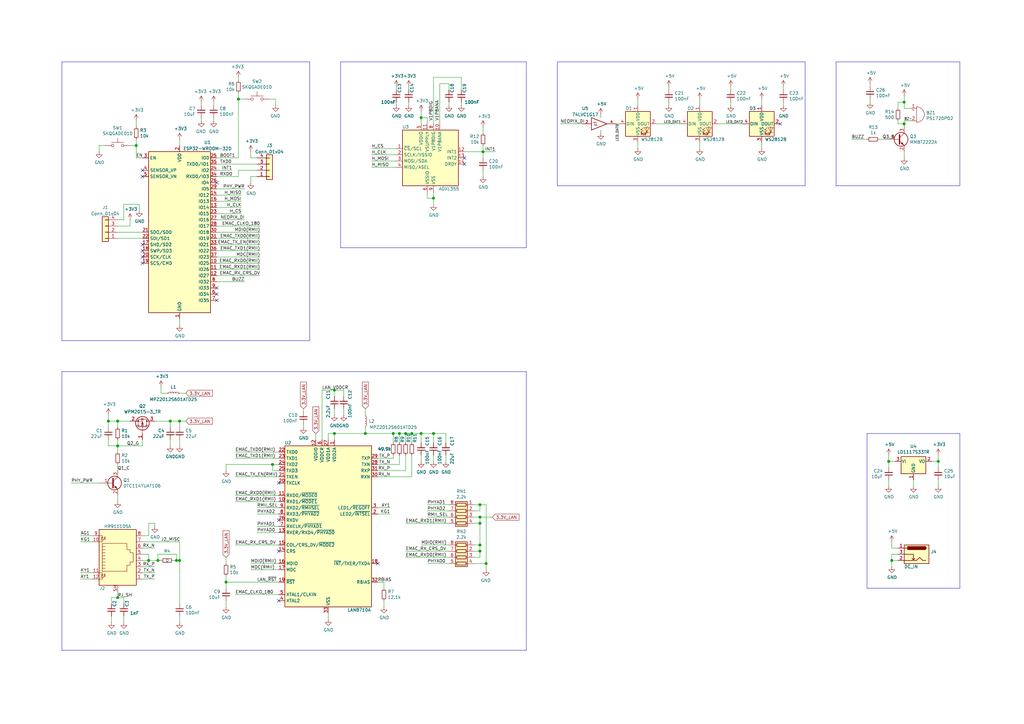
<source format=kicad_sch>
(kicad_sch (version 20200828) (generator eeschema)
  (page 1 1)
  (paper "A3")
  (title_block (title "openeew-sensor") (date "2020-08-13") (rev "1.0") (company "OpenEEW") (comment 4 "licensed under the Apache Software License, Version 2"))
  (junction (at 44.45 172.72) (diameter 1.016))
  (junction (at 48.26 172.72) (diameter 1.016))
  (junction (at 48.26 182.88) (diameter 1.016))
  (junction (at 48.26 245.11) (diameter 1.016))
  (junction (at 55.88 59.69) (diameter 1.016))
  (junction (at 60.96 229.87) (diameter 1.016))
  (junction (at 64.77 229.87) (diameter 1.016))
  (junction (at 69.85 172.72) (diameter 1.016))
  (junction (at 72.39 229.87) (diameter 1.016))
  (junction (at 73.66 172.72) (diameter 1.016))
  (junction (at 73.66 229.87) (diameter 1.016))
  (junction (at 92.71 238.76) (diameter 1.016))
  (junction (at 97.79 40.64) (diameter 1.016))
  (junction (at 111.76 190.5) (diameter 1.016))
  (junction (at 137.16 160.02) (diameter 1.016))
  (junction (at 137.16 177.8) (diameter 1.016))
  (junction (at 149.86 177.8) (diameter 1.016))
  (junction (at 161.29 177.8) (diameter 1.016))
  (junction (at 163.83 177.8) (diameter 1.016))
  (junction (at 166.37 177.8) (diameter 1.016))
  (junction (at 168.91 177.8) (diameter 1.016))
  (junction (at 172.72 48.26) (diameter 1.016))
  (junction (at 172.72 177.8) (diameter 1.016))
  (junction (at 177.8 81.28) (diameter 1.016))
  (junction (at 177.8 177.8) (diameter 1.016))
  (junction (at 196.85 207.01) (diameter 1.016))
  (junction (at 196.85 212.09) (diameter 1.016))
  (junction (at 196.85 214.63) (diameter 1.016))
  (junction (at 196.85 223.52) (diameter 1.016))
  (junction (at 196.85 226.06) (diameter 1.016))
  (junction (at 198.12 62.23) (diameter 1.016))
  (junction (at 199.39 231.14) (diameter 1.016))
  (junction (at 364.49 189.23) (diameter 1.016))
  (junction (at 365.76 229.87) (diameter 1.016))
  (junction (at 370.84 41.91) (diameter 1.016))
  (junction (at 370.84 50.8) (diameter 1.016))
  (junction (at 384.81 189.23) (diameter 1.016))
  (no_connect (at 114.3 198.12))
  (no_connect (at 114.3 213.36))
  (no_connect (at 320.04 50.8))
  (no_connect (at 190.5 67.31))
  (no_connect (at 114.3 246.38))
  (no_connect (at 114.3 226.06))
  (no_connect (at 58.42 72.39))
  (no_connect (at 58.42 107.95))
  (no_connect (at 58.42 105.41))
  (no_connect (at 88.9 123.19))
  (no_connect (at 58.42 102.87))
  (no_connect (at 88.9 120.65))
  (no_connect (at 58.42 100.33))
  (no_connect (at 58.42 69.85))
  (no_connect (at 88.9 118.11))
  (no_connect (at 154.94 231.14))
  (no_connect (at 190.5 64.77))
  (no_connect (at 88.9 74.93))
  (wire (pts (xy 38.1 219.71) (xy 33.02 219.71)))
  (wire (pts (xy 38.1 222.25) (xy 33.02 222.25)))
  (wire (pts (xy 38.1 234.95) (xy 33.02 234.95)))
  (wire (pts (xy 38.1 237.49) (xy 33.02 237.49)))
  (wire (pts (xy 40.64 59.69) (xy 40.64 62.23)))
  (wire (pts (xy 40.64 198.12) (xy 29.21 198.12)))
  (wire (pts (xy 43.18 59.69) (xy 40.64 59.69)))
  (wire (pts (xy 44.45 172.72) (xy 44.45 170.18)))
  (wire (pts (xy 44.45 172.72) (xy 48.26 172.72)))
  (wire (pts (xy 44.45 175.26) (xy 44.45 172.72)))
  (wire (pts (xy 44.45 180.34) (xy 44.45 182.88)))
  (wire (pts (xy 44.45 182.88) (xy 48.26 182.88)))
  (wire (pts (xy 45.72 245.11) (xy 48.26 245.11)))
  (wire (pts (xy 45.72 247.65) (xy 45.72 245.11)))
  (wire (pts (xy 45.72 252.73) (xy 45.72 255.27)))
  (wire (pts (xy 48.26 90.17) (xy 50.8 90.17)))
  (wire (pts (xy 48.26 92.71) (xy 53.34 92.71)))
  (wire (pts (xy 48.26 172.72) (xy 48.26 175.26)))
  (wire (pts (xy 48.26 182.88) (xy 48.26 180.34)))
  (wire (pts (xy 48.26 185.42) (xy 48.26 182.88)))
  (wire (pts (xy 48.26 190.5) (xy 48.26 193.04)))
  (wire (pts (xy 48.26 203.2) (xy 48.26 205.74)))
  (wire (pts (xy 48.26 242.57) (xy 48.26 245.11)))
  (wire (pts (xy 48.26 245.11) (xy 50.8 245.11)))
  (wire (pts (xy 50.8 83.82) (xy 50.8 90.17)))
  (wire (pts (xy 50.8 83.82) (xy 57.15 83.82)))
  (wire (pts (xy 50.8 245.11) (xy 50.8 247.65)))
  (wire (pts (xy 50.8 252.73) (xy 50.8 255.27)))
  (wire (pts (xy 53.34 59.69) (xy 55.88 59.69)))
  (wire (pts (xy 53.34 92.71) (xy 53.34 90.17)))
  (wire (pts (xy 53.34 172.72) (xy 48.26 172.72)))
  (wire (pts (xy 55.88 52.07) (xy 55.88 49.53)))
  (wire (pts (xy 55.88 57.15) (xy 55.88 59.69)))
  (wire (pts (xy 55.88 64.77) (xy 55.88 59.69)))
  (wire (pts (xy 57.15 83.82) (xy 57.15 86.36)))
  (wire (pts (xy 58.42 64.77) (xy 55.88 64.77)))
  (wire (pts (xy 58.42 95.25) (xy 48.26 95.25)))
  (wire (pts (xy 58.42 97.79) (xy 48.26 97.79)))
  (wire (pts (xy 58.42 180.34) (xy 58.42 182.88)))
  (wire (pts (xy 58.42 182.88) (xy 48.26 182.88)))
  (wire (pts (xy 58.42 219.71) (xy 60.96 219.71)))
  (wire (pts (xy 58.42 222.25) (xy 73.66 222.25)))
  (wire (pts (xy 58.42 224.79) (xy 63.5 224.79)))
  (wire (pts (xy 58.42 227.33) (xy 60.96 227.33)))
  (wire (pts (xy 58.42 229.87) (xy 60.96 229.87)))
  (wire (pts (xy 58.42 232.41) (xy 63.5 232.41)))
  (wire (pts (xy 58.42 234.95) (xy 63.5 234.95)))
  (wire (pts (xy 58.42 237.49) (xy 63.5 237.49)))
  (wire (pts (xy 60.96 214.63) (xy 63.5 214.63)))
  (wire (pts (xy 60.96 219.71) (xy 60.96 214.63)))
  (wire (pts (xy 60.96 227.33) (xy 60.96 229.87)))
  (wire (pts (xy 60.96 229.87) (xy 64.77 229.87)))
  (wire (pts (xy 63.5 172.72) (xy 69.85 172.72)))
  (wire (pts (xy 63.5 214.63) (xy 63.5 215.9)))
  (wire (pts (xy 64.77 227.33) (xy 72.39 227.33)))
  (wire (pts (xy 64.77 229.87) (xy 64.77 227.33)))
  (wire (pts (xy 64.77 229.87) (xy 66.04 229.87)))
  (wire (pts (xy 66.04 161.29) (xy 66.04 158.75)))
  (wire (pts (xy 68.58 161.29) (xy 66.04 161.29)))
  (wire (pts (xy 69.85 172.72) (xy 69.85 175.26)))
  (wire (pts (xy 69.85 172.72) (xy 73.66 172.72)))
  (wire (pts (xy 69.85 180.34) (xy 69.85 182.88)))
  (wire (pts (xy 71.12 229.87) (xy 72.39 229.87)))
  (wire (pts (xy 72.39 227.33) (xy 72.39 229.87)))
  (wire (pts (xy 72.39 229.87) (xy 73.66 229.87)))
  (wire (pts (xy 73.66 59.69) (xy 73.66 57.15)))
  (wire (pts (xy 73.66 130.81) (xy 73.66 133.35)))
  (wire (pts (xy 73.66 161.29) (xy 76.2 161.29)))
  (wire (pts (xy 73.66 172.72) (xy 73.66 175.26)))
  (wire (pts (xy 73.66 172.72) (xy 76.2 172.72)))
  (wire (pts (xy 73.66 180.34) (xy 73.66 182.88)))
  (wire (pts (xy 73.66 222.25) (xy 73.66 229.87)))
  (wire (pts (xy 73.66 229.87) (xy 73.66 247.65)))
  (wire (pts (xy 73.66 252.73) (xy 73.66 255.27)))
  (wire (pts (xy 82.55 43.18) (xy 82.55 41.91)))
  (wire (pts (xy 82.55 49.53) (xy 82.55 48.26)))
  (wire (pts (xy 87.63 43.18) (xy 87.63 41.91)))
  (wire (pts (xy 87.63 49.53) (xy 87.63 48.26)))
  (wire (pts (xy 88.9 67.31) (xy 105.41 67.31)))
  (wire (pts (xy 88.9 69.85) (xy 95.25 69.85)))
  (wire (pts (xy 88.9 72.39) (xy 97.79 72.39)))
  (wire (pts (xy 88.9 77.47) (xy 100.33 77.47)))
  (wire (pts (xy 88.9 80.01) (xy 99.06 80.01)))
  (wire (pts (xy 88.9 82.55) (xy 99.06 82.55)))
  (wire (pts (xy 88.9 85.09) (xy 99.06 85.09)))
  (wire (pts (xy 88.9 87.63) (xy 99.06 87.63)))
  (wire (pts (xy 88.9 90.17) (xy 100.33 90.17)))
  (wire (pts (xy 88.9 92.71) (xy 106.68 92.71)))
  (wire (pts (xy 88.9 95.25) (xy 106.68 95.25)))
  (wire (pts (xy 88.9 97.79) (xy 106.68 97.79)))
  (wire (pts (xy 88.9 100.33) (xy 106.68 100.33)))
  (wire (pts (xy 88.9 102.87) (xy 106.68 102.87)))
  (wire (pts (xy 88.9 105.41) (xy 106.68 105.41)))
  (wire (pts (xy 88.9 107.95) (xy 106.68 107.95)))
  (wire (pts (xy 88.9 110.49) (xy 106.68 110.49)))
  (wire (pts (xy 88.9 113.03) (xy 106.68 113.03)))
  (wire (pts (xy 88.9 115.57) (xy 100.33 115.57)))
  (wire (pts (xy 92.71 190.5) (xy 92.71 193.04)))
  (wire (pts (xy 92.71 190.5) (xy 111.76 190.5)))
  (wire (pts (xy 92.71 231.14) (xy 92.71 228.6)))
  (wire (pts (xy 92.71 238.76) (xy 92.71 236.22)))
  (wire (pts (xy 92.71 238.76) (xy 92.71 241.3)))
  (wire (pts (xy 92.71 246.38) (xy 92.71 248.92)))
  (wire (pts (xy 97.79 33.02) (xy 97.79 31.75)))
  (wire (pts (xy 97.79 38.1) (xy 97.79 40.64)))
  (wire (pts (xy 97.79 40.64) (xy 97.79 64.77)))
  (wire (pts (xy 97.79 40.64) (xy 100.33 40.64)))
  (wire (pts (xy 97.79 64.77) (xy 88.9 64.77)))
  (wire (pts (xy 97.79 69.85) (xy 105.41 69.85)))
  (wire (pts (xy 97.79 72.39) (xy 97.79 69.85)))
  (wire (pts (xy 102.87 64.77) (xy 102.87 62.23)))
  (wire (pts (xy 102.87 72.39) (xy 102.87 74.93)))
  (wire (pts (xy 105.41 64.77) (xy 102.87 64.77)))
  (wire (pts (xy 105.41 72.39) (xy 102.87 72.39)))
  (wire (pts (xy 105.41 218.44) (xy 114.3 218.44)))
  (wire (pts (xy 111.76 190.5) (xy 114.3 190.5)))
  (wire (pts (xy 111.76 193.04) (xy 111.76 190.5)))
  (wire (pts (xy 113.03 40.64) (xy 110.49 40.64)))
  (wire (pts (xy 113.03 40.64) (xy 113.03 43.18)))
  (wire (pts (xy 114.3 185.42) (xy 96.52 185.42)))
  (wire (pts (xy 114.3 187.96) (xy 96.52 187.96)))
  (wire (pts (xy 114.3 193.04) (xy 111.76 193.04)))
  (wire (pts (xy 114.3 195.58) (xy 96.52 195.58)))
  (wire (pts (xy 114.3 203.2) (xy 96.52 203.2)))
  (wire (pts (xy 114.3 205.74) (xy 96.52 205.74)))
  (wire (pts (xy 114.3 208.28) (xy 105.41 208.28)))
  (wire (pts (xy 114.3 210.82) (xy 105.41 210.82)))
  (wire (pts (xy 114.3 215.9) (xy 105.41 215.9)))
  (wire (pts (xy 114.3 223.52) (xy 96.52 223.52)))
  (wire (pts (xy 114.3 231.14) (xy 102.87 231.14)))
  (wire (pts (xy 114.3 233.68) (xy 102.87 233.68)))
  (wire (pts (xy 114.3 238.76) (xy 92.71 238.76)))
  (wire (pts (xy 114.3 243.84) (xy 96.52 243.84)))
  (wire (pts (xy 124.46 168.91) (xy 124.46 167.64)))
  (wire (pts (xy 124.46 173.99) (xy 124.46 175.26)))
  (wire (pts (xy 129.54 180.34) (xy 129.54 177.8)))
  (wire (pts (xy 132.08 160.02) (xy 137.16 160.02)))
  (wire (pts (xy 132.08 180.34) (xy 132.08 160.02)))
  (wire (pts (xy 134.62 177.8) (xy 137.16 177.8)))
  (wire (pts (xy 134.62 180.34) (xy 134.62 177.8)))
  (wire (pts (xy 134.62 251.46) (xy 134.62 254)))
  (wire (pts (xy 137.16 160.02) (xy 137.16 162.56)))
  (wire (pts (xy 137.16 167.64) (xy 137.16 170.18)))
  (wire (pts (xy 137.16 177.8) (xy 149.86 177.8)))
  (wire (pts (xy 137.16 180.34) (xy 137.16 177.8)))
  (wire (pts (xy 140.97 160.02) (xy 137.16 160.02)))
  (wire (pts (xy 140.97 162.56) (xy 140.97 160.02)))
  (wire (pts (xy 140.97 167.64) (xy 140.97 170.18)))
  (wire (pts (xy 149.86 167.64) (xy 149.86 170.18)))
  (wire (pts (xy 149.86 175.26) (xy 149.86 177.8)))
  (wire (pts (xy 149.86 177.8) (xy 161.29 177.8)))
  (wire (pts (xy 154.94 187.96) (xy 161.29 187.96)))
  (wire (pts (xy 154.94 190.5) (xy 163.83 190.5)))
  (wire (pts (xy 154.94 193.04) (xy 166.37 193.04)))
  (wire (pts (xy 154.94 195.58) (xy 168.91 195.58)))
  (wire (pts (xy 154.94 208.28) (xy 160.02 208.28)))
  (wire (pts (xy 154.94 210.82) (xy 160.02 210.82)))
  (wire (pts (xy 154.94 238.76) (xy 157.48 238.76)))
  (wire (pts (xy 157.48 238.76) (xy 157.48 241.3)))
  (wire (pts (xy 157.48 246.38) (xy 157.48 248.92)))
  (wire (pts (xy 161.29 181.61) (xy 161.29 177.8)))
  (wire (pts (xy 161.29 187.96) (xy 161.29 186.69)))
  (wire (pts (xy 162.56 36.83) (xy 162.56 35.56)))
  (wire (pts (xy 162.56 43.18) (xy 162.56 41.91)))
  (wire (pts (xy 162.56 60.96) (xy 152.4 60.96)))
  (wire (pts (xy 162.56 63.5) (xy 152.4 63.5)))
  (wire (pts (xy 162.56 66.04) (xy 152.4 66.04)))
  (wire (pts (xy 162.56 68.58) (xy 152.4 68.58)))
  (wire (pts (xy 163.83 177.8) (xy 161.29 177.8)))
  (wire (pts (xy 163.83 177.8) (xy 166.37 177.8)))
  (wire (pts (xy 163.83 181.61) (xy 163.83 177.8)))
  (wire (pts (xy 163.83 186.69) (xy 163.83 190.5)))
  (wire (pts (xy 166.37 181.61) (xy 166.37 177.8)))
  (wire (pts (xy 166.37 186.69) (xy 166.37 193.04)))
  (wire (pts (xy 167.64 36.83) (xy 167.64 35.56)))
  (wire (pts (xy 167.64 43.18) (xy 167.64 41.91)))
  (wire (pts (xy 168.91 177.8) (xy 166.37 177.8)))
  (wire (pts (xy 168.91 181.61) (xy 168.91 177.8)))
  (wire (pts (xy 168.91 186.69) (xy 168.91 195.58)))
  (wire (pts (xy 172.72 48.26) (xy 172.72 45.72)))
  (wire (pts (xy 172.72 50.8) (xy 172.72 48.26)))
  (wire (pts (xy 172.72 177.8) (xy 168.91 177.8)))
  (wire (pts (xy 172.72 177.8) (xy 177.8 177.8)))
  (wire (pts (xy 172.72 181.61) (xy 172.72 177.8)))
  (wire (pts (xy 172.72 186.69) (xy 172.72 189.23)))
  (wire (pts (xy 175.26 48.26) (xy 172.72 48.26)))
  (wire (pts (xy 175.26 50.8) (xy 175.26 48.26)))
  (wire (pts (xy 175.26 78.74) (xy 175.26 81.28)))
  (wire (pts (xy 175.26 81.28) (xy 177.8 81.28)))
  (wire (pts (xy 175.26 231.14) (xy 184.15 231.14)))
  (wire (pts (xy 177.8 31.75) (xy 177.8 50.8)))
  (wire (pts (xy 177.8 31.75) (xy 189.23 31.75)))
  (wire (pts (xy 177.8 78.74) (xy 177.8 81.28)))
  (wire (pts (xy 177.8 81.28) (xy 177.8 83.82)))
  (wire (pts (xy 177.8 177.8) (xy 177.8 181.61)))
  (wire (pts (xy 177.8 186.69) (xy 177.8 189.23)))
  (wire (pts (xy 180.34 34.29) (xy 180.34 50.8)))
  (wire (pts (xy 180.34 34.29) (xy 184.15 34.29)))
  (wire (pts (xy 182.88 177.8) (xy 177.8 177.8)))
  (wire (pts (xy 182.88 177.8) (xy 182.88 181.61)))
  (wire (pts (xy 182.88 186.69) (xy 182.88 189.23)))
  (wire (pts (xy 184.15 34.29) (xy 184.15 36.83)))
  (wire (pts (xy 184.15 43.18) (xy 184.15 41.91)))
  (wire (pts (xy 184.15 207.01) (xy 175.26 207.01)))
  (wire (pts (xy 184.15 209.55) (xy 175.26 209.55)))
  (wire (pts (xy 184.15 212.09) (xy 175.26 212.09)))
  (wire (pts (xy 184.15 214.63) (xy 166.37 214.63)))
  (wire (pts (xy 184.15 223.52) (xy 172.72 223.52)))
  (wire (pts (xy 184.15 226.06) (xy 166.37 226.06)))
  (wire (pts (xy 184.15 228.6) (xy 166.37 228.6)))
  (wire (pts (xy 189.23 31.75) (xy 189.23 36.83)))
  (wire (pts (xy 189.23 43.18) (xy 189.23 41.91)))
  (wire (pts (xy 190.5 62.23) (xy 198.12 62.23)))
  (wire (pts (xy 194.31 209.55) (xy 196.85 209.55)))
  (wire (pts (xy 194.31 214.63) (xy 196.85 214.63)))
  (wire (pts (xy 194.31 223.52) (xy 196.85 223.52)))
  (wire (pts (xy 194.31 226.06) (xy 196.85 226.06)))
  (wire (pts (xy 194.31 228.6) (xy 196.85 228.6)))
  (wire (pts (xy 196.85 207.01) (xy 194.31 207.01)))
  (wire (pts (xy 196.85 207.01) (xy 199.39 207.01)))
  (wire (pts (xy 196.85 209.55) (xy 196.85 207.01)))
  (wire (pts (xy 196.85 212.09) (xy 194.31 212.09)))
  (wire (pts (xy 196.85 214.63) (xy 196.85 212.09)))
  (wire (pts (xy 196.85 223.52) (xy 196.85 214.63)))
  (wire (pts (xy 196.85 226.06) (xy 196.85 223.52)))
  (wire (pts (xy 196.85 228.6) (xy 196.85 226.06)))
  (wire (pts (xy 198.12 52.07) (xy 198.12 54.61)))
  (wire (pts (xy 198.12 59.69) (xy 198.12 62.23)))
  (wire (pts (xy 198.12 62.23) (xy 203.2 62.23)))
  (wire (pts (xy 198.12 64.77) (xy 198.12 62.23)))
  (wire (pts (xy 198.12 69.85) (xy 198.12 72.39)))
  (wire (pts (xy 199.39 207.01) (xy 199.39 231.14)))
  (wire (pts (xy 199.39 231.14) (xy 194.31 231.14)))
  (wire (pts (xy 199.39 231.14) (xy 199.39 233.68)))
  (wire (pts (xy 201.93 212.09) (xy 196.85 212.09)))
  (wire (pts (xy 229.87 50.8) (xy 238.76 50.8)))
  (wire (pts (xy 246.38 46.99) (xy 246.38 48.26)))
  (wire (pts (xy 246.38 54.61) (xy 246.38 53.34)))
  (wire (pts (xy 252.73 50.8) (xy 254 50.8)))
  (wire (pts (xy 261.62 43.18) (xy 261.62 40.64)))
  (wire (pts (xy 261.62 58.42) (xy 261.62 60.96)))
  (wire (pts (xy 269.24 50.8) (xy 279.4 50.8)))
  (wire (pts (xy 274.32 36.83) (xy 274.32 35.56)))
  (wire (pts (xy 274.32 43.18) (xy 274.32 41.91)))
  (wire (pts (xy 287.02 43.18) (xy 287.02 40.64)))
  (wire (pts (xy 287.02 58.42) (xy 287.02 60.96)))
  (wire (pts (xy 294.64 50.8) (xy 304.8 50.8)))
  (wire (pts (xy 299.72 36.83) (xy 299.72 35.56)))
  (wire (pts (xy 299.72 43.18) (xy 299.72 41.91)))
  (wire (pts (xy 312.42 43.18) (xy 312.42 40.64)))
  (wire (pts (xy 312.42 58.42) (xy 312.42 60.96)))
  (wire (pts (xy 321.31 36.83) (xy 321.31 35.56)))
  (wire (pts (xy 321.31 43.18) (xy 321.31 41.91)))
  (wire (pts (xy 355.6 57.15) (xy 349.25 57.15)))
  (wire (pts (xy 356.87 35.56) (xy 356.87 34.29)))
  (wire (pts (xy 356.87 41.91) (xy 356.87 40.64)))
  (wire (pts (xy 360.68 57.15) (xy 363.22 57.15)))
  (wire (pts (xy 364.49 186.69) (xy 364.49 189.23)))
  (wire (pts (xy 364.49 189.23) (xy 364.49 191.77)))
  (wire (pts (xy 364.49 196.85) (xy 364.49 199.39)))
  (wire (pts (xy 365.76 224.79) (xy 365.76 222.25)))
  (wire (pts (xy 365.76 227.33) (xy 368.3 227.33)))
  (wire (pts (xy 365.76 229.87) (xy 365.76 227.33)))
  (wire (pts (xy 365.76 229.87) (xy 365.76 232.41)))
  (wire (pts (xy 367.03 189.23) (xy 364.49 189.23)))
  (wire (pts (xy 368.3 41.91) (xy 370.84 41.91)))
  (wire (pts (xy 368.3 44.45) (xy 368.3 41.91)))
  (wire (pts (xy 368.3 49.53) (xy 368.3 50.8)))
  (wire (pts (xy 368.3 50.8) (xy 370.84 50.8)))
  (wire (pts (xy 368.3 224.79) (xy 365.76 224.79)))
  (wire (pts (xy 368.3 229.87) (xy 365.76 229.87)))
  (wire (pts (xy 370.84 39.37) (xy 370.84 41.91)))
  (wire (pts (xy 370.84 44.45) (xy 370.84 41.91)))
  (wire (pts (xy 370.84 49.53) (xy 373.38 49.53)))
  (wire (pts (xy 370.84 50.8) (xy 370.84 49.53)))
  (wire (pts (xy 370.84 52.07) (xy 370.84 50.8)))
  (wire (pts (xy 370.84 64.77) (xy 370.84 62.23)))
  (wire (pts (xy 373.38 44.45) (xy 370.84 44.45)))
  (wire (pts (xy 374.65 196.85) (xy 374.65 199.39)))
  (wire (pts (xy 384.81 186.69) (xy 384.81 189.23)))
  (wire (pts (xy 384.81 189.23) (xy 382.27 189.23)))
  (wire (pts (xy 384.81 191.77) (xy 384.81 189.23)))
  (wire (pts (xy 384.81 196.85) (xy 384.81 199.39)))
  (polyline (pts (xy 25.4 25.4) (xy 127 25.4)) (stroke (width 0) (type solid)))
  (polyline (pts (xy 25.4 139.7) (xy 25.4 25.4)) (stroke (width 0) (type solid)))
  (polyline (pts (xy 25.4 152.4) (xy 215.9 152.4)) (stroke (width 0) (type solid)))
  (polyline (pts (xy 25.4 266.7) (xy 25.4 152.4)) (stroke (width 0) (type solid)))
  (polyline (pts (xy 127 25.4) (xy 127 139.7)) (stroke (width 0) (type solid)))
  (polyline (pts (xy 127 139.7) (xy 25.4 139.7)) (stroke (width 0) (type solid)))
  (polyline (pts (xy 139.7 25.4) (xy 215.9 25.4)) (stroke (width 0) (type solid)))
  (polyline (pts (xy 139.7 101.6) (xy 139.7 25.4)) (stroke (width 0) (type solid)))
  (polyline (pts (xy 215.9 25.4) (xy 215.9 101.6)) (stroke (width 0) (type solid)))
  (polyline (pts (xy 215.9 101.6) (xy 139.7 101.6)) (stroke (width 0) (type solid)))
  (polyline (pts (xy 215.9 152.4) (xy 215.9 266.7)) (stroke (width 0) (type solid)))
  (polyline (pts (xy 215.9 266.7) (xy 25.4 266.7)) (stroke (width 0) (type solid)))
  (polyline (pts (xy 228.6 25.4) (xy 330.2 25.4)) (stroke (width 0) (type solid)))
  (polyline (pts (xy 228.6 76.2) (xy 228.6 25.4)) (stroke (width 0) (type solid)))
  (polyline (pts (xy 330.2 25.4) (xy 330.2 76.2)) (stroke (width 0) (type solid)))
  (polyline (pts (xy 330.2 76.2) (xy 228.6 76.2)) (stroke (width 0) (type solid)))
  (polyline (pts (xy 342.9 25.4) (xy 393.7 25.4)) (stroke (width 0) (type solid)))
  (polyline (pts (xy 342.9 76.2) (xy 342.9 25.4)) (stroke (width 0) (type solid)))
  (polyline (pts (xy 355.6 177.8) (xy 393.7 177.8)) (stroke (width 0) (type solid)))
  (polyline (pts (xy 355.6 241.3) (xy 355.6 177.8)) (stroke (width 0) (type solid)))
  (polyline (pts (xy 393.7 25.4) (xy 393.7 76.2)) (stroke (width 0) (type solid)))
  (polyline (pts (xy 393.7 76.2) (xy 342.9 76.2)) (stroke (width 0) (type solid)))
  (polyline (pts (xy 393.7 177.8) (xy 393.7 241.3)) (stroke (width 0) (type solid)))
  (polyline (pts (xy 393.7 241.3) (xy 355.6 241.3)) (stroke (width 0) (type solid)))
  (label "PHY_PWR" (at 29.21 198.12 0))
  (label "AG1" (at 33.02 219.71 0))
  (label "KG1" (at 33.02 222.25 0))
  (label "KY1" (at 33.02 234.95 0))
  (label "AY1" (at 33.02 237.49 0))
  (label "Q1_C" (at 48.26 193.04 0))
  (label "RJ_SH" (at 48.26 245.11 0))
  (label "Q2_G" (at 52.07 182.88 0))
  (label "EN" (at 55.88 64.77 0))
  (label "RX_N" (at 63.5 224.79 180))
  (label "RX_P" (at 63.5 232.41 180))
  (label "TX_N" (at 63.5 234.95 180))
  (label "TX_P" (at 63.5 237.49 180))
  (label "J2_MISC" (at 66.04 222.25 0))
  (label "BOOT1" (at 90.17 64.77 0))
  (label "TXD0" (at 90.17 67.31 0))
  (label "RXD0" (at 90.17 72.39 0))
  (label "INT1" (at 95.25 69.85 180))
  (label "EMAC_TXD0(RMII)" (at 96.52 185.42 0))
  (label "EMAC_TXD1(RMII)" (at 96.52 187.96 0))
  (label "EMAC_TX_EN(RMII)" (at 96.52 195.58 0))
  (label "EMAC_RXD0(RMII)" (at 96.52 203.2 0))
  (label "EMAC_RXD1(RMII)" (at 96.52 205.74 0))
  (label "EMAC_RX_CRS_DV" (at 96.52 223.52 0))
  (label "EMAC_CLKO_180" (at 96.52 243.84 0))
  (label "H_MISO" (at 99.06 80.01 180))
  (label "H_MOSI" (at 99.06 82.55 180))
  (label "H_CLK" (at 99.06 85.09 180))
  (label "H_CS" (at 99.06 87.63 180))
  (label "PHY_PWR" (at 100.33 77.47 180))
  (label "NEOPIX_DI" (at 100.33 90.17 180))
  (label "BUZZ" (at 100.33 115.57 180))
  (label "MDIO(RMII)" (at 102.87 231.14 0))
  (label "MDC(RMII)" (at 102.87 233.68 0))
  (label "RMII_SEL" (at 105.41 208.28 0))
  (label "PHYAD2" (at 105.41 210.82 0))
  (label "PHYAD1" (at 105.41 215.9 0))
  (label "PHYAD0" (at 105.41 218.44 0))
  (label "LAN_~RST" (at 105.41 238.76 0))
  (label "EMAC_CLKO_180" (at 106.68 92.71 180))
  (label "MDIO(RMII)" (at 106.68 95.25 180))
  (label "EMAC_TXD0(RMII)" (at 106.68 97.79 180))
  (label "EMAC_TX_EN(RMII)" (at 106.68 100.33 180))
  (label "EMAC_TXD1(RMII)" (at 106.68 102.87 180))
  (label "MDC(RMII)" (at 106.68 105.41 180))
  (label "EMAC_RXD0(RMII)" (at 106.68 107.95 180))
  (label "EMAC_RXD1(RMII)" (at 106.68 110.49 180))
  (label "EMAC_RX_CRS_DV" (at 106.68 113.03 180))
  (label "LAN_VDDCR" (at 132.08 160.02 0))
  (label "H_CS" (at 152.4 60.96 0))
  (label "H_CLK" (at 152.4 63.5 0))
  (label "H_MOSI" (at 152.4 66.04 0))
  (label "H_MISO" (at 152.4 68.58 0))
  (label "RBIAS" (at 154.94 238.76 0))
  (label "TX_P" (at 160.02 187.96 180))
  (label "TX_N" (at 160.02 190.5 180))
  (label "RX_P" (at 160.02 193.04 180))
  (label "RX_N" (at 160.02 195.58 180))
  (label "AY1" (at 160.02 208.28 180))
  (label "KG1" (at 160.02 210.82 180))
  (label "EMAC_RXD1(RMII)" (at 166.37 214.63 0))
  (label "EMAC_RX_CRS_DV" (at 166.37 226.06 0))
  (label "EMAC_RXD0(RMII)" (at 166.37 228.6 0))
  (label "MDIO(RMII)" (at 172.72 223.52 0))
  (label "PHYAD1" (at 175.26 207.01 0))
  (label "PHYAD2" (at 175.26 209.55 0))
  (label "RMII_SEL" (at 175.26 212.09 0))
  (label "PHYAD0" (at 175.26 231.14 0))
  (label "V1P8DIG" (at 177.8 49.53 90))
  (label "V1P8ANA" (at 180.34 49.53 90))
  (label "INT1" (at 203.2 62.23 180))
  (label "NEOPIX_DI" (at 229.87 50.8 0))
  (label "LED_DAT0" (at 254 50.8 270) (effects (font (size 0.9906 0.9906))))
  (label "LED_DAT1" (at 279.4 50.8 180) (effects (font (size 0.9906 0.9906))))
  (label "LED_DAT2" (at 304.8 50.8 180) (effects (font (size 0.9906 0.9906))))
  (label "BUZZ" (at 349.25 57.15 0))
  (label "Q3_B" (at 361.95 57.15 0))
  (label "BZ-" (at 370.84 49.53 0) (effects (font (size 0.9906 0.9906))))
  (global_label "3.3V_LAN" (shape input) (at 76.2 161.29 0))
  (global_label "3.3V_LAN" (shape input) (at 76.2 172.72 0))
  (global_label "3.3V_LAN" (shape input) (at 92.71 228.6 90))
  (global_label "3.3V_LAN" (shape input) (at 124.46 167.64 90))
  (global_label "3.3V_LAN" (shape input) (at 129.54 177.8 90))
  (global_label "3.3V_LAN" (shape input) (at 149.86 167.64 90))
  (global_label "3.3V_LAN" (shape input) (at 201.93 212.09 0))
  (symbol (lib_id "Device:L_Small") (at 71.12 161.29 90) (unit 1)
    (property "Reference" "L1" (at 71.12 158.75 90))
    (property "Value" "MPZ2012S601ATD25" (at 71.12 163.83 90))
    (property "Footprint" "Inductor_SMD:L_0805_2012Metric" (effects hide))
  )
  (symbol (lib_id "Device:L_Small") (at 149.86 172.72 0) (unit 1)
    (property "Reference" "L2" (at 152.4 172.72 0))
    (property "Value" "MPZ2012S601ATD25" (at 161.29 175.26 0))
    (property "Footprint" "Inductor_SMD:L_0805_2012Metric" (effects hide))
  )
  (symbol (lib_id "power:+3.3V") (at 44.45 170.18 0) (unit 1)
    (property "Reference" "#PWR01" (effects hide))
    (property "Value" "+3.3V" (at 44.831 165.7858 0))
  )
  (symbol (lib_id "power:+3V3") (at 53.34 90.17 0) (unit 1)
    (property "Reference" "#PWR06" (effects hide))
    (property "Value" "+3V3" (at 53.721 85.7758 0))
  )
  (symbol (lib_id "power:+3V3") (at 55.88 49.53 0) (unit 1)
    (property "Reference" "#PWR07" (effects hide))
    (property "Value" "+3V3" (at 56.261 45.1358 0))
  )
  (symbol (lib_id "power:+3.3V") (at 66.04 158.75 0) (unit 1)
    (property "Reference" "#PWR010" (effects hide))
    (property "Value" "+3.3V" (at 66.421 154.3558 0))
  )
  (symbol (lib_id "power:+3V3") (at 73.66 57.15 0) (unit 1)
    (property "Reference" "#PWR012" (effects hide))
    (property "Value" "+3V3" (at 74.041 52.7558 0))
  )
  (symbol (lib_id "power:+3V3") (at 82.55 41.91 0) (mirror y) (unit 1)
    (property "Reference" "#PWR016" (effects hide))
    (property "Value" "+3V3" (at 82.169 37.5158 0))
  )
  (symbol (lib_id "power:+3V3") (at 87.63 41.91 0) (unit 1)
    (property "Reference" "#PWR018" (effects hide))
    (property "Value" "+3V3" (at 88.011 37.5158 0))
  )
  (symbol (lib_id "power:+3V3") (at 97.79 31.75 0) (mirror y) (unit 1)
    (property "Reference" "#PWR022" (effects hide))
    (property "Value" "+3V3" (at 97.409 27.3558 0))
  )
  (symbol (lib_id "power:+3V3") (at 102.87 62.23 0) (unit 1)
    (property "Reference" "#PWR023" (effects hide))
    (property "Value" "+3V3" (at 103.251 57.8358 0))
  )
  (symbol (lib_id "power:+3V3") (at 162.56 35.56 0) (unit 1)
    (property "Reference" "#PWR031" (effects hide))
    (property "Value" "+3V3" (at 162.941 31.1658 0))
  )
  (symbol (lib_id "power:+3V3") (at 167.64 35.56 0) (unit 1)
    (property "Reference" "#PWR033" (effects hide))
    (property "Value" "+3V3" (at 168.021 31.1658 0))
  )
  (symbol (lib_id "power:+3V3") (at 172.72 45.72 0) (unit 1)
    (property "Reference" "#PWR035" (effects hide))
    (property "Value" "+3V3" (at 173.101 41.3258 0))
  )
  (symbol (lib_id "power:+3V3") (at 198.12 52.07 0) (unit 1)
    (property "Reference" "#PWR042" (effects hide))
    (property "Value" "+3V3" (at 198.501 47.6758 0))
  )
  (symbol (lib_id "power:+5V") (at 246.38 46.99 0) (unit 1)
    (property "Reference" "#PWR066" (effects hide))
    (property "Value" "+5V" (at 246.761 42.5958 0))
  )
  (symbol (lib_id "power:+5V") (at 261.62 40.64 0) (unit 1)
    (property "Reference" "#PWR045" (effects hide))
    (property "Value" "+5V" (at 262.001 36.2458 0))
  )
  (symbol (lib_id "power:+5V") (at 274.32 35.56 0) (unit 1)
    (property "Reference" "#PWR047" (effects hide))
    (property "Value" "+5V" (at 274.701 31.1658 0))
  )
  (symbol (lib_id "power:+5V") (at 287.02 40.64 0) (unit 1)
    (property "Reference" "#PWR049" (effects hide))
    (property "Value" "+5V" (at 287.401 36.2458 0))
  )
  (symbol (lib_id "power:+5V") (at 299.72 35.56 0) (unit 1)
    (property "Reference" "#PWR051" (effects hide))
    (property "Value" "+5V" (at 300.101 31.1658 0))
  )
  (symbol (lib_id "power:+5V") (at 312.42 40.64 0) (unit 1)
    (property "Reference" "#PWR053" (effects hide))
    (property "Value" "+5V" (at 312.801 36.2458 0))
  )
  (symbol (lib_id "power:+5V") (at 321.31 35.56 0) (unit 1)
    (property "Reference" "#PWR055" (effects hide))
    (property "Value" "+5V" (at 321.691 31.1658 0))
  )
  (symbol (lib_id "power:+5V") (at 356.87 34.29 0) (unit 1)
    (property "Reference" "#PWR0101" (effects hide))
    (property "Value" "+5V" (at 357.251 29.8958 0))
  )
  (symbol (lib_id "power:+5V") (at 364.49 186.69 0) (unit 1)
    (property "Reference" "#PWR057" (effects hide))
    (property "Value" "+5V" (at 364.871 182.2958 0))
  )
  (symbol (lib_id "power:+5V") (at 365.76 222.25 0) (unit 1)
    (property "Reference" "#PWR059" (effects hide))
    (property "Value" "+5V" (at 366.141 217.8558 0))
  )
  (symbol (lib_id "power:+5V") (at 370.84 39.37 0) (unit 1)
    (property "Reference" "#PWR061" (effects hide))
    (property "Value" "+5V" (at 371.221 34.9758 0))
  )
  (symbol (lib_id "power:+3V3") (at 384.81 186.69 0) (unit 1)
    (property "Reference" "#PWR064" (effects hide))
    (property "Value" "+3V3" (at 385.191 182.2958 0))
  )
  (symbol (lib_id "power:GND") (at 40.64 62.23 0) (unit 1)
    (property "Reference" "#PWR02" (effects hide))
    (property "Value" "GND" (at 40.767 66.6242 0))
  )
  (symbol (lib_id "power:GND") (at 45.72 255.27 0) (unit 1)
    (property "Reference" "#PWR03" (effects hide))
    (property "Value" "GND" (at 45.847 259.6642 0))
  )
  (symbol (lib_id "power:GND") (at 48.26 205.74 0) (unit 1)
    (property "Reference" "#PWR04" (effects hide))
    (property "Value" "GND" (at 48.387 210.1342 0))
  )
  (symbol (lib_id "power:GND") (at 50.8 255.27 0) (unit 1)
    (property "Reference" "#PWR05" (effects hide))
    (property "Value" "GND" (at 50.927 259.6642 0))
  )
  (symbol (lib_id "power:GND") (at 57.15 86.36 0) (unit 1)
    (property "Reference" "#PWR08" (effects hide))
    (property "Value" "GND" (at 57.277 90.7542 0))
  )
  (symbol (lib_id "power:GND") (at 63.5 215.9 0) (unit 1)
    (property "Reference" "#PWR09" (effects hide))
    (property "Value" "GND" (at 63.627 220.2942 0))
  )
  (symbol (lib_id "power:GND") (at 69.85 182.88 0) (unit 1)
    (property "Reference" "#PWR011" (effects hide))
    (property "Value" "GND" (at 69.977 187.2742 0))
  )
  (symbol (lib_id "power:GND") (at 73.66 133.35 0) (unit 1)
    (property "Reference" "#PWR013" (effects hide))
    (property "Value" "GND" (at 73.787 137.7442 0))
  )
  (symbol (lib_id "power:GND") (at 73.66 182.88 0) (unit 1)
    (property "Reference" "#PWR014" (effects hide))
    (property "Value" "GND" (at 73.787 187.2742 0))
  )
  (symbol (lib_id "power:GND") (at 73.66 255.27 0) (unit 1)
    (property "Reference" "#PWR015" (effects hide))
    (property "Value" "GND" (at 73.787 259.6642 0))
  )
  (symbol (lib_id "power:GND") (at 82.55 49.53 0) (mirror y) (unit 1)
    (property "Reference" "#PWR017" (effects hide))
    (property "Value" "GND" (at 82.423 53.9242 0))
  )
  (symbol (lib_id "power:GND") (at 87.63 49.53 0) (unit 1)
    (property "Reference" "#PWR019" (effects hide))
    (property "Value" "GND" (at 87.757 53.9242 0))
  )
  (symbol (lib_id "power:GND") (at 92.71 193.04 0) (unit 1)
    (property "Reference" "#PWR020" (effects hide))
    (property "Value" "GND" (at 92.837 197.4342 0))
  )
  (symbol (lib_id "power:GND") (at 92.71 248.92 0) (unit 1)
    (property "Reference" "#PWR021" (effects hide))
    (property "Value" "GND" (at 92.837 253.3142 0))
  )
  (symbol (lib_id "power:GND") (at 102.87 74.93 0) (unit 1)
    (property "Reference" "#PWR024" (effects hide))
    (property "Value" "GND" (at 102.997 79.3242 0))
  )
  (symbol (lib_id "power:GND") (at 113.03 43.18 0) (mirror y) (unit 1)
    (property "Reference" "#PWR025" (effects hide))
    (property "Value" "GND" (at 112.903 47.5742 0))
  )
  (symbol (lib_id "power:GND") (at 124.46 175.26 0) (unit 1)
    (property "Reference" "#PWR026" (effects hide))
    (property "Value" "GND" (at 124.587 179.6542 0))
  )
  (symbol (lib_id "power:GND") (at 134.62 254 0) (unit 1)
    (property "Reference" "#PWR027" (effects hide))
    (property "Value" "GND" (at 134.747 258.3942 0))
  )
  (symbol (lib_id "power:GND") (at 137.16 170.18 0) (unit 1)
    (property "Reference" "#PWR028" (effects hide))
    (property "Value" "GND" (at 137.287 174.5742 0))
  )
  (symbol (lib_id "power:GND") (at 140.97 170.18 0) (unit 1)
    (property "Reference" "#PWR029" (effects hide))
    (property "Value" "GND" (at 141.097 174.5742 0))
  )
  (symbol (lib_id "power:GND") (at 157.48 248.92 0) (unit 1)
    (property "Reference" "#PWR030" (effects hide))
    (property "Value" "GND" (at 157.607 253.3142 0))
  )
  (symbol (lib_id "power:GND") (at 162.56 43.18 0) (unit 1)
    (property "Reference" "#PWR032" (effects hide))
    (property "Value" "GND" (at 162.687 47.5742 0))
  )
  (symbol (lib_id "power:GND") (at 167.64 43.18 0) (unit 1)
    (property "Reference" "#PWR034" (effects hide))
    (property "Value" "GND" (at 167.767 47.5742 0))
  )
  (symbol (lib_id "power:GND") (at 172.72 189.23 0) (unit 1)
    (property "Reference" "#PWR036" (effects hide))
    (property "Value" "GND" (at 172.847 193.6242 0))
  )
  (symbol (lib_id "power:GND") (at 177.8 83.82 0) (unit 1)
    (property "Reference" "#PWR037" (effects hide))
    (property "Value" "GND" (at 177.927 88.2142 0))
  )
  (symbol (lib_id "power:GND") (at 177.8 189.23 0) (unit 1)
    (property "Reference" "#PWR038" (effects hide))
    (property "Value" "GND" (at 177.927 193.6242 0))
  )
  (symbol (lib_id "power:GND") (at 182.88 189.23 0) (unit 1)
    (property "Reference" "#PWR039" (effects hide))
    (property "Value" "GND" (at 183.007 193.6242 0))
  )
  (symbol (lib_id "power:GND") (at 184.15 43.18 0) (unit 1)
    (property "Reference" "#PWR040" (effects hide))
    (property "Value" "GND" (at 184.277 47.5742 0))
  )
  (symbol (lib_id "power:GND") (at 189.23 43.18 0) (unit 1)
    (property "Reference" "#PWR041" (effects hide))
    (property "Value" "GND" (at 189.357 47.5742 0))
  )
  (symbol (lib_id "power:GND") (at 198.12 72.39 0) (unit 1)
    (property "Reference" "#PWR043" (effects hide))
    (property "Value" "GND" (at 198.247 76.7842 0))
  )
  (symbol (lib_id "power:GND") (at 199.39 233.68 0) (mirror y) (unit 1)
    (property "Reference" "#PWR044" (effects hide))
    (property "Value" "GND" (at 199.263 238.0742 0))
  )
  (symbol (lib_id "power:GND") (at 246.38 54.61 0) (unit 1)
    (property "Reference" "#PWR067" (effects hide))
    (property "Value" "GND" (at 246.507 59.0042 0))
  )
  (symbol (lib_id "power:GND") (at 261.62 60.96 0) (unit 1)
    (property "Reference" "#PWR046" (effects hide))
    (property "Value" "GND" (at 261.747 65.3542 0))
  )
  (symbol (lib_id "power:GND") (at 274.32 43.18 0) (unit 1)
    (property "Reference" "#PWR048" (effects hide))
    (property "Value" "GND" (at 274.447 47.5742 0))
  )
  (symbol (lib_id "power:GND") (at 287.02 60.96 0) (unit 1)
    (property "Reference" "#PWR050" (effects hide))
    (property "Value" "GND" (at 287.147 65.3542 0))
  )
  (symbol (lib_id "power:GND") (at 299.72 43.18 0) (unit 1)
    (property "Reference" "#PWR052" (effects hide))
    (property "Value" "GND" (at 299.847 47.5742 0))
  )
  (symbol (lib_id "power:GND") (at 312.42 60.96 0) (unit 1)
    (property "Reference" "#PWR054" (effects hide))
    (property "Value" "GND" (at 312.547 65.3542 0))
  )
  (symbol (lib_id "power:GND") (at 321.31 43.18 0) (unit 1)
    (property "Reference" "#PWR056" (effects hide))
    (property "Value" "GND" (at 321.437 47.5742 0))
  )
  (symbol (lib_id "power:GND") (at 356.87 41.91 0) (unit 1)
    (property "Reference" "#PWR0102" (effects hide))
    (property "Value" "GND" (at 356.997 46.3042 0))
  )
  (symbol (lib_id "power:GND") (at 364.49 199.39 0) (unit 1)
    (property "Reference" "#PWR058" (effects hide))
    (property "Value" "GND" (at 364.617 203.7842 0))
  )
  (symbol (lib_id "power:GND") (at 365.76 232.41 0) (unit 1)
    (property "Reference" "#PWR060" (effects hide))
    (property "Value" "GND" (at 365.887 236.8042 0))
  )
  (symbol (lib_id "power:GND") (at 370.84 64.77 0) (unit 1)
    (property "Reference" "#PWR062" (effects hide))
    (property "Value" "GND" (at 370.967 69.1642 0))
  )
  (symbol (lib_id "power:GND") (at 374.65 199.39 0) (unit 1)
    (property "Reference" "#PWR063" (effects hide))
    (property "Value" "GND" (at 374.777 203.7842 0))
  )
  (symbol (lib_id "power:GND") (at 384.81 199.39 0) (unit 1)
    (property "Reference" "#PWR065" (effects hide))
    (property "Value" "GND" (at 384.937 203.7842 0))
  )
  (symbol (lib_id "Device:R_Small") (at 48.26 177.8 0) (unit 1)
    (property "Reference" "R1" (at 49.7586 176.6316 0) (effects (justify left)))
    (property "Value" "10k" (at 49.7586 178.943 0) (effects (justify left)))
    (property "Footprint" "Resistor_SMD:R_0603_1608Metric" (effects hide))
  )
  (symbol (lib_id "Device:R_Small") (at 48.26 187.96 0) (unit 1)
    (property "Reference" "R2" (at 49.7586 186.7916 0) (effects (justify left)))
    (property "Value" "10k" (at 49.7586 189.103 0) (effects (justify left)))
    (property "Footprint" "Resistor_SMD:R_0603_1608Metric" (effects hide))
  )
  (symbol (lib_id "Device:R_Small") (at 55.88 54.61 0) (unit 1)
    (property "Reference" "R3" (at 57.3786 53.4416 0) (effects (justify left)))
    (property "Value" "10k" (at 57.3786 55.753 0) (effects (justify left)))
    (property "Footprint" "Resistor_SMD:R_0603_1608Metric" (effects hide))
  )
  (symbol (lib_id "Device:R_Small") (at 68.58 229.87 270) (unit 1)
    (property "Reference" "R4" (at 68.58 226.06 90))
    (property "Value" "0" (at 68.58 229.87 90))
    (property "Footprint" "Resistor_SMD:R_0603_1608Metric" (effects hide))
  )
  (symbol (lib_id "Device:R_Small") (at 92.71 233.68 0) (unit 1)
    (property "Reference" "R5" (at 94.2086 232.5116 0) (effects (justify left)))
    (property "Value" "10k" (at 94.2086 234.823 0) (effects (justify left)))
    (property "Footprint" "Resistor_SMD:R_0603_1608Metric" (effects hide))
  )
  (symbol (lib_id "Device:R_Small") (at 97.79 35.56 0) (mirror y) (unit 1)
    (property "Reference" "R6" (at 96.2914 34.3916 0) (effects (justify left)))
    (property "Value" "10k" (at 96.2914 36.703 0) (effects (justify left)))
    (property "Footprint" "Resistor_SMD:R_0603_1608Metric" (effects hide))
  )
  (symbol (lib_id "Device:R_Small") (at 157.48 243.84 0) (unit 1)
    (property "Reference" "R7" (at 158.9786 242.6716 0) (effects (justify left)))
    (property "Value" "12.1k" (at 158.9786 244.983 0) (effects (justify left)))
    (property "Footprint" "Resistor_SMD:R_0603_1608Metric" (effects hide))
  )
  (symbol (lib_id "Device:R_Small") (at 161.29 184.15 0) (unit 1)
    (property "Reference" "R8" (at 162.56 181.61 90) (effects (justify left)))
    (property "Value" "49.9k" (at 154.94 184.15 0) (effects (justify left)))
    (property "Footprint" "Resistor_SMD:R_0603_1608Metric" (effects hide))
  )
  (symbol (lib_id "Device:R_Small") (at 163.83 184.15 0) (unit 1)
    (property "Reference" "R9" (at 165.1 181.61 90) (effects (justify left)))
    (property "Value" "49.9k" (at 154.94 184.15 0) (effects (justify left)))
    (property "Footprint" "Resistor_SMD:R_0603_1608Metric" (effects hide))
  )
  (symbol (lib_id "Device:R_Small") (at 166.37 184.15 0) (unit 1)
    (property "Reference" "R10" (at 167.64 181.61 90) (effects (justify left)))
    (property "Value" "49.9k" (at 154.94 184.15 0) (effects (justify left)))
    (property "Footprint" "Resistor_SMD:R_0603_1608Metric" (effects hide))
  )
  (symbol (lib_id "Device:R_Small") (at 168.91 184.15 0) (unit 1)
    (property "Reference" "R11" (at 170.18 181.61 90) (effects (justify left)))
    (property "Value" "49.9k" (at 154.94 184.15 0) (effects (justify left)))
    (property "Footprint" "Resistor_SMD:R_0603_1608Metric" (effects hide))
  )
  (symbol (lib_id "Device:R_Small") (at 198.12 57.15 0) (mirror y) (unit 1)
    (property "Reference" "R12" (at 196.6214 55.9816 0) (effects (justify left)))
    (property "Value" "10k" (at 196.6214 58.293 0) (effects (justify left)))
    (property "Footprint" "Resistor_SMD:R_0603_1608Metric" (effects hide))
  )
  (symbol (lib_id "Device:R_Small") (at 358.14 57.15 270) (unit 1)
    (property "Reference" "R13" (at 358.14 52.1716 90))
    (property "Value" "1k" (at 358.14 54.483 90))
    (property "Footprint" "Resistor_SMD:R_0603_1608Metric" (effects hide))
  )
  (symbol (lib_id "Device:R_Small") (at 368.3 46.99 0) (mirror y) (unit 1)
    (property "Reference" "R14" (at 366.8014 45.8216 0) (effects (justify left)))
    (property "Value" "500" (at 366.8014 48.133 0) (effects (justify left)))
    (property "Footprint" "Resistor_SMD:R_0603_1608Metric" (effects hide))
  )
  (symbol (lib_id "Device:C_Small") (at 44.45 177.8 0) (mirror y) (unit 1)
    (property "Reference" "C1" (at 42.1132 176.6316 0) (effects (justify left)))
    (property "Value" "22uF" (at 42.1132 178.943 0) (effects (justify left)))
    (property "Footprint" "Capacitor_SMD:C_0805_2012Metric" (effects hide))
  )
  (symbol (lib_id "Device:C_Small") (at 45.72 250.19 0) (unit 1)
    (property "Reference" "C2" (at 46.99 248.92 90) (effects (justify left)))
    (property "Value" "1nF" (at 53.34 251.46 0) (effects (justify left)))
    (property "Footprint" "Capacitor_SMD:C_0603_1608Metric" (effects hide))
  )
  (symbol (lib_id "Device:C_Small") (at 50.8 250.19 0) (unit 1)
    (property "Reference" "C3" (at 52.07 248.92 90) (effects (justify left)))
    (property "Value" "1nF" (at 53.34 251.46 0) (effects (justify left)))
    (property "Footprint" "Capacitor_SMD:C_0603_1608Metric" (effects hide))
  )
  (symbol (lib_id "Device:C_Small") (at 69.85 177.8 0) (mirror y) (unit 1)
    (property "Reference" "C4" (at 67.5132 176.6316 0) (effects (justify left)))
    (property "Value" "22uF" (at 67.5132 178.943 0) (effects (justify left)))
    (property "Footprint" "Capacitor_SMD:C_0805_2012Metric" (effects hide))
  )
  (symbol (lib_id "Device:C_Small") (at 73.66 177.8 0) (mirror y) (unit 1)
    (property "Reference" "C5" (at 75.9968 176.6316 0) (effects (justify right)))
    (property "Value" "22uF" (at 75.9968 178.943 0) (effects (justify right)))
    (property "Footprint" "Capacitor_SMD:C_0805_2012Metric" (effects hide))
  )
  (symbol (lib_id "Device:C_Small") (at 73.66 250.19 0) (unit 1)
    (property "Reference" "C6" (at 75.9968 249.0216 0) (effects (justify left)))
    (property "Value" "100nF" (at 75.9968 251.333 0) (effects (justify left)))
    (property "Footprint" "Capacitor_SMD:C_0603_1608Metric" (effects hide))
  )
  (symbol (lib_id "Device:C_Small") (at 82.55 45.72 0) (mirror x) (unit 1)
    (property "Reference" "C7" (at 80.2132 44.5516 0) (effects (justify right)))
    (property "Value" "10uF" (at 80.2132 46.863 0) (effects (justify right)))
    (property "Footprint" "Capacitor_SMD:C_0603_1608Metric" (effects hide))
  )
  (symbol (lib_id "Device:C_Small") (at 87.63 45.72 0) (unit 1)
    (property "Reference" "C8" (at 89.9668 44.5516 0) (effects (justify left)))
    (property "Value" "100nF" (at 89.9668 46.863 0) (effects (justify left)))
    (property "Footprint" "Capacitor_SMD:C_0603_1608Metric" (effects hide))
  )
  (symbol (lib_id "Device:C_Small") (at 92.71 243.84 0) (mirror x) (unit 1)
    (property "Reference" "C9" (at 90.3986 242.6716 0) (effects (justify right)))
    (property "Value" "10uF" (at 90.3986 244.983 0) (effects (justify right)))
    (property "Footprint" "Capacitor_SMD:C_0603_1608Metric" (effects hide))
  )
  (symbol (lib_id "Device:C_Small") (at 124.46 171.45 0) (mirror x) (unit 1)
    (property "Reference" "C10" (at 122.1486 170.2816 0) (effects (justify right)))
    (property "Value" "100nF" (at 122.1486 172.593 0) (effects (justify right)))
    (property "Footprint" "Capacitor_SMD:C_0603_1608Metric" (effects hide))
  )
  (symbol (lib_id "Device:C_Small") (at 137.16 165.1 0) (mirror x) (unit 1)
    (property "Reference" "C11" (at 134.62 163.83 90) (effects (justify right)))
    (property "Value" "2.2uF" (at 134.62 171.45 90) (effects (justify right)))
    (property "Footprint" "Capacitor_SMD:C_0603_1608Metric" (effects hide))
  )
  (symbol (lib_id "Device:C_Small") (at 140.97 165.1 180) (unit 1)
    (property "Reference" "C12" (at 143.51 163.83 90) (effects (justify right)))
    (property "Value" "100nF" (at 143.51 171.45 90) (effects (justify right)))
    (property "Footprint" "Capacitor_SMD:C_0603_1608Metric" (effects hide))
  )
  (symbol (lib_id "Device:C_Small") (at 162.56 39.37 0) (unit 1)
    (property "Reference" "C13" (at 163.83 38.1 90) (effects (justify left)))
    (property "Value" "100nF" (at 156.21 41.91 0) (effects (justify left)))
    (property "Footprint" "Capacitor_SMD:C_0603_1608Metric" (effects hide))
  )
  (symbol (lib_id "Device:C_Small") (at 167.64 39.37 0) (unit 1)
    (property "Reference" "C14" (at 168.91 38.1 90) (effects (justify left)))
    (property "Value" "100nF" (at 156.21 41.91 0) (effects (justify left)))
    (property "Footprint" "Capacitor_SMD:C_0603_1608Metric" (effects hide))
  )
  (symbol (lib_id "Device:C_Small") (at 172.72 184.15 180) (unit 1)
    (property "Reference" "C15" (at 175.26 182.88 90) (effects (justify right)))
    (property "Value" "100nF" (at 175.26 190.5 90) (effects (justify right)))
    (property "Footprint" "Capacitor_SMD:C_0603_1608Metric" (effects hide))
  )
  (symbol (lib_id "Device:C_Small") (at 177.8 184.15 180) (unit 1)
    (property "Reference" "C16" (at 180.34 182.88 90) (effects (justify right)))
    (property "Value" "100nF" (at 180.34 190.5 90) (effects (justify right)))
    (property "Footprint" "Capacitor_SMD:C_0603_1608Metric" (effects hide))
  )
  (symbol (lib_id "Device:C_Small") (at 182.88 184.15 180) (unit 1)
    (property "Reference" "C17" (at 185.42 182.88 90) (effects (justify right)))
    (property "Value" "22uF" (at 185.42 190.5 90) (effects (justify right)))
    (property "Footprint" "Capacitor_SMD:C_0603_1608Metric" (effects hide))
  )
  (symbol (lib_id "Device:C_Small") (at 184.15 39.37 0) (unit 1)
    (property "Reference" "C18" (at 185.42 38.1 90) (effects (justify left)))
    (property "Value" "100nF" (at 190.5 41.91 0) (effects (justify left)))
    (property "Footprint" "Capacitor_SMD:C_0603_1608Metric" (effects hide))
  )
  (symbol (lib_id "Device:C_Small") (at 189.23 39.37 0) (unit 1)
    (property "Reference" "C19" (at 190.5 38.1 90) (effects (justify left)))
    (property "Value" "100nF" (at 190.5 41.91 0) (effects (justify left)))
    (property "Footprint" "Capacitor_SMD:C_0603_1608Metric" (effects hide))
  )
  (symbol (lib_id "Device:C_Small") (at 198.12 67.31 0) (unit 1)
    (property "Reference" "C20" (at 200.4568 66.1416 0) (effects (justify left)))
    (property "Value" "100nF" (at 200.4568 68.453 0) (effects (justify left)))
    (property "Footprint" "Capacitor_SMD:C_0603_1608Metric" (effects hide))
  )
  (symbol (lib_id "Device:C_Small") (at 274.32 39.37 0) (unit 1)
    (property "Reference" "C21" (at 276.6568 38.2016 0) (effects (justify left)))
    (property "Value" "100nF" (at 276.6568 40.513 0) (effects (justify left)))
    (property "Footprint" "Capacitor_SMD:C_0603_1608Metric" (effects hide))
  )
  (symbol (lib_id "Device:C_Small") (at 299.72 39.37 0) (unit 1)
    (property "Reference" "C22" (at 302.0568 38.2016 0) (effects (justify left)))
    (property "Value" "100nF" (at 302.0568 40.513 0) (effects (justify left)))
    (property "Footprint" "Capacitor_SMD:C_0603_1608Metric" (effects hide))
  )
  (symbol (lib_id "Device:C_Small") (at 321.31 39.37 0) (unit 1)
    (property "Reference" "C23" (at 323.6468 38.2016 0) (effects (justify left)))
    (property "Value" "100nF" (at 323.6468 40.513 0) (effects (justify left)))
    (property "Footprint" "Capacitor_SMD:C_0603_1608Metric" (effects hide))
  )
  (symbol (lib_id "Device:C_Small") (at 356.87 38.1 0) (unit 1)
    (property "Reference" "C26" (at 359.2068 36.9316 0) (effects (justify left)))
    (property "Value" "100nF" (at 359.2068 39.243 0) (effects (justify left)))
    (property "Footprint" "Capacitor_SMD:C_0603_1608Metric" (effects hide))
  )
  (symbol (lib_id "Device:C_Small") (at 364.49 194.31 0) (mirror x) (unit 1)
    (property "Reference" "C24" (at 362.1786 193.1416 0) (effects (justify right)))
    (property "Value" "10uF" (at 362.1786 195.453 0) (effects (justify right)))
    (property "Footprint" "Capacitor_SMD:C_0603_1608Metric" (effects hide))
  )
  (symbol (lib_id "Device:C_Small") (at 384.81 194.31 0) (unit 1)
    (property "Reference" "C25" (at 387.1468 193.1416 0) (effects (justify left)))
    (property "Value" "10uF" (at 387.1468 195.453 0) (effects (justify left)))
    (property "Footprint" "Capacitor_SMD:C_0603_1608Metric" (effects hide))
  )
  (symbol (lib_id "Switch:SW_Push") (at 48.26 59.69 0) (unit 1)
    (property "Reference" "SW1" (at 48.26 52.451 0))
    (property "Value" "SKQGADE010" (at 48.26 54.7624 0))
    (property "Footprint" "Button_Switch_SMD:SW_SPST_SKQG_WithStem" (effects hide))
  )
  (symbol (lib_id "Switch:SW_Push") (at 105.41 40.64 0) (unit 1)
    (property "Reference" "SW2" (at 105.41 33.401 0))
    (property "Value" "SKQGADE010" (at 105.41 35.7124 0))
    (property "Footprint" "Button_Switch_SMD:SW_SPST_SKQG_WithStem" (effects hide))
  )
  (symbol (lib_id "Device:Buzzer") (at 375.92 46.99 0) (unit 1)
    (property "Reference" "BZ1" (at 379.8062 46.2534 0) (effects (justify left)))
    (property "Value" "PS1720P02" (at 379.8062 48.5648 0) (effects (justify left)))
    (property "Footprint" "Buzzer_Beeper_local:Buzzer_17x7.5mm" (effects hide))
  )
  (symbol (lib_id "Connector_Generic:Conn_01x04") (at 43.18 95.25 180) (unit 1)
    (property "Reference" "J1" (at 43.18 85.09 0))
    (property "Value" "Conn_01x04" (at 43.18 87.63 0))
    (property "Footprint" "Connector_JST_local:HW4-SMD-2.0" (effects hide))
  )
  (symbol (lib_id "Connector_Generic:Conn_01x04") (at 110.49 69.85 0) (mirror x) (unit 1)
    (property "Reference" "J3" (at 110.49 59.69 0))
    (property "Value" "Conn_01x04" (at 110.49 62.23 0))
    (property "Footprint" "Connector_PinHeader_2.54mm:PinHeader_1x04_P2.54mm_Vertical" (effects hide))
  )
  (symbol (lib_id "74xGxx:74LVC1G17") (at 246.38 50.8 0) (unit 1)
    (property "Reference" "U5" (at 240.03 44.45 0))
    (property "Value" "74LVC1G17" (at 240.03 46.99 0))
    (property "Datasheet" "http://www.ti.com/lit/sg/scyt129e/scyt129e.pdf" (effects hide))
  )
  (symbol (lib_id "Connector:Barrel_Jack_Switch") (at 375.92 227.33 0) (mirror y) (unit 1)
    (property "Reference" "J4" (at 381.762 226.2632 0) (effects (justify right)))
    (property "Value" "DC_IN" (at 370.84 232.41 0) (effects (justify right)))
    (property "Footprint" "Connector_BarrelJack:BarrelJack_Horizontal" (effects hide))
  )
  (symbol (lib_id "Device:Q_NPN_BEC") (at 45.72 198.12 0) (unit 1)
    (property "Reference" "Q1" (at 50.546 196.9516 0) (effects (justify left)))
    (property "Value" "DTC114YUAT106" (at 50.546 199.263 0) (effects (justify left)))
    (property "Footprint" "Package_TO_SOT_SMD:SOT-23" (effects hide))
  )
  (symbol (lib_id "Device:Q_NPN_BEC") (at 368.3 57.15 0) (unit 1)
    (property "Reference" "Q3" (at 373.126 55.9816 0) (effects (justify left)))
    (property "Value" "MMBT2222A" (at 373.126 58.293 0) (effects (justify left)))
    (property "Footprint" "Package_TO_SOT_SMD:SOT-23" (effects hide))
  )
  (symbol (lib_id "Device:Q_PMOS_GSD") (at 58.42 175.26 270) (mirror x) (unit 1)
    (property "Reference" "Q2" (at 58.42 166.5732 90))
    (property "Value" "WPM2015-3_TR" (at 58.42 168.8846 90))
    (property "Footprint" "Package_TO_SOT_SMD:SOT-23" (effects hide))
  )
  (symbol (lib_id "Device:R_Pack04") (at 189.23 212.09 90) (mirror x) (unit 1)
    (property "Reference" "RN1" (at 189.23 201.4982 90))
    (property "Value" "2.2k" (at 189.23 203.8096 90))
    (property "Footprint" "Resistor_SMD:R_Array_Concave_4x0402" (effects hide))
  )
  (symbol (lib_id "Device:R_Pack04") (at 189.23 228.6 90) (mirror x) (unit 1)
    (property "Reference" "RN2" (at 189.23 218.0082 90))
    (property "Value" "2.2k" (at 189.23 220.3196 90))
    (property "Footprint" "Resistor_SMD:R_Array_Concave_4x0402" (effects hide))
  )
  (symbol (lib_id "Regulator_Linear:LD1117S33TR_SOT223") (at 374.65 189.23 0) (unit 1)
    (property "Reference" "U4" (at 374.65 183.0832 0))
    (property "Value" "LD1117S33TR" (at 374.65 185.3946 0))
    (property "Footprint" "Package_TO_SOT_SMD:SOT-223-3_TabPin2" (effects hide))
    (property "Datasheet" "http://www.st.com/st-web-ui/static/active/en/resource/technical/document/datasheet/CD00000544.pdf" (effects hide))
  )
  (symbol (lib_id "LED:WS2812B") (at 261.62 50.8 0) (unit 1)
    (property "Reference" "D1" (at 256.54 44.45 0) (effects (justify left)))
    (property "Value" "WS2812B" (at 262.89 57.15 0) (effects (justify left)))
    (property "Footprint" "LED_SMD:LED_WS2812B_PLCC4_5.0x5.0mm_P3.2mm" (effects hide))
    (property "Datasheet" "https://cdn-shop.adafruit.com/datasheets/WS2812B.pdf" (effects hide))
  )
  (symbol (lib_id "LED:WS2812B") (at 287.02 50.8 0) (unit 1)
    (property "Reference" "D2" (at 281.94 44.45 0) (effects (justify left)))
    (property "Value" "WS2812B" (at 288.29 57.15 0) (effects (justify left)))
    (property "Footprint" "LED_SMD:LED_WS2812B_PLCC4_5.0x5.0mm_P3.2mm" (effects hide))
    (property "Datasheet" "https://cdn-shop.adafruit.com/datasheets/WS2812B.pdf" (effects hide))
  )
  (symbol (lib_id "LED:WS2812B") (at 312.42 50.8 0) (unit 1)
    (property "Reference" "D3" (at 307.34 44.45 0) (effects (justify left)))
    (property "Value" "WS2812B" (at 313.69 57.15 0) (effects (justify left)))
    (property "Footprint" "LED_SMD:LED_WS2812B_PLCC4_5.0x5.0mm_P3.2mm" (effects hide))
    (property "Datasheet" "https://cdn-shop.adafruit.com/datasheets/WS2812B.pdf" (effects hide))
  )
  (symbol (lib_id "Connector:RJ45_LED_Shielded") (at 48.26 229.87 0) (unit 1)
    (property "Reference" "J2" (at 41.91 241.3 0))
    (property "Value" "HR911105A" (at 48.26 215.9 0))
    (property "Footprint" "Connector_RJ:RJ45_Hanrun_HR911105A" (effects hide))
  )
  (symbol (lib_id "Sensor_Motion_local:ADXL355") (at 176.53 64.77 0) (unit 1)
    (property "Reference" "U3" (at 166.37 52.07 0))
    (property "Value" "ADXL355" (at 184.15 77.47 0))
    (property "Footprint" "Package_LCC_local:PLCC-14" (effects hide))
    (property "Datasheet" "https://www.analog.com/media/en/technical-documentation/data-sheets/ADXL354_355.pdf" (effects hide))
  )
  (symbol (lib_id "RF_Module:ESP32-WROOM-32D") (at 73.66 95.25 0) (unit 1)
    (property "Reference" "U1" (at 85.09 58.42 0))
    (property "Value" "ESP32-WROOM-32D" (at 85.09 60.96 0))
    (property "Footprint" "RF_Module:ESP32-WROOM-32" (effects hide))
    (property "Datasheet" "https://www.espressif.com/sites/default/files/documentation/esp32-wroom-32d_esp32-wroom-32u_datasheet_en.pdf" (effects hide))
  )
  (symbol (lib_id "Interface_Ethernet:LAN8710A") (at 134.62 215.9 0) (unit 1)
    (property "Reference" "U2" (at 118.11 181.61 0))
    (property "Value" "LAN8710A" (at 147.32 250.19 0))
    (property "Footprint" "Package_DFN_QFN:QFN-32-1EP_5x5mm_P0.5mm_EP3.3x3.3mm_ThermalVias" (effects hide))
    (property "Datasheet" "http://ww1.microchip.com/downloads/en/DeviceDoc/8710a.pdf" (effects hide))
  )
)
</source>
